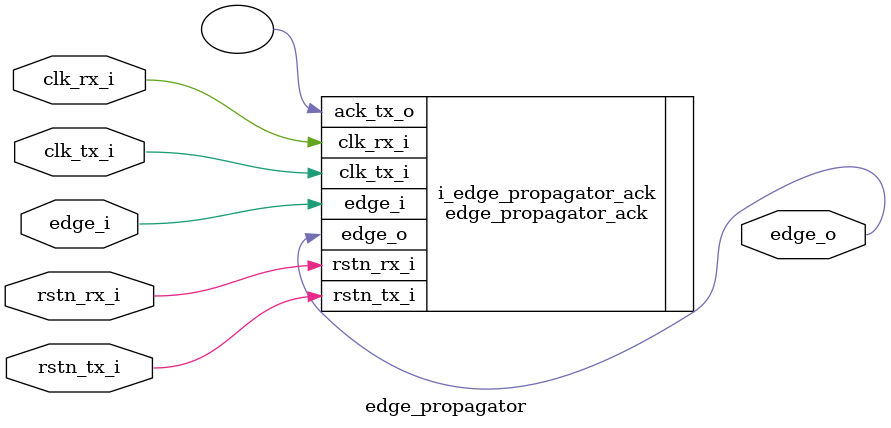
<source format=sv>


/* verilator lint_off PINCONNECTEMPTY */
/* verilator lint_off DECLFILENAME */

module edge_propagator (
  input  logic clk_tx_i,
  input  logic rstn_tx_i,
  input  logic edge_i,
  input  logic clk_rx_i,
  input  logic rstn_rx_i,
  output logic edge_o
);

  edge_propagator_ack i_edge_propagator_ack (
    .clk_tx_i,
    .rstn_tx_i,
    .edge_i,
    .ack_tx_o(  /* unused */),
    .clk_rx_i,
    .rstn_rx_i,
    .edge_o
  );

endmodule

</source>
